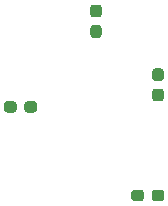
<source format=gbp>
G04 #@! TF.GenerationSoftware,KiCad,Pcbnew,(5.1.10)-1*
G04 #@! TF.CreationDate,2021-09-06T19:40:46-04:00*
G04 #@! TF.ProjectId,Lithium_Ion_Pack,4c697468-6975-46d5-9f49-6f6e5f506163,A0*
G04 #@! TF.SameCoordinates,Original*
G04 #@! TF.FileFunction,Paste,Bot*
G04 #@! TF.FilePolarity,Positive*
%FSLAX46Y46*%
G04 Gerber Fmt 4.6, Leading zero omitted, Abs format (unit mm)*
G04 Created by KiCad (PCBNEW (5.1.10)-1) date 2021-09-06 19:40:46*
%MOMM*%
%LPD*%
G01*
G04 APERTURE LIST*
G04 APERTURE END LIST*
G36*
G01*
X123762500Y-113075000D02*
X124237500Y-113075000D01*
G75*
G02*
X124475000Y-113312500I0J-237500D01*
G01*
X124475000Y-113912500D01*
G75*
G02*
X124237500Y-114150000I-237500J0D01*
G01*
X123762500Y-114150000D01*
G75*
G02*
X123525000Y-113912500I0J237500D01*
G01*
X123525000Y-113312500D01*
G75*
G02*
X123762500Y-113075000I237500J0D01*
G01*
G37*
G36*
G01*
X123762500Y-111350000D02*
X124237500Y-111350000D01*
G75*
G02*
X124475000Y-111587500I0J-237500D01*
G01*
X124475000Y-112187500D01*
G75*
G02*
X124237500Y-112425000I-237500J0D01*
G01*
X123762500Y-112425000D01*
G75*
G02*
X123525000Y-112187500I0J237500D01*
G01*
X123525000Y-111587500D01*
G75*
G02*
X123762500Y-111350000I237500J0D01*
G01*
G37*
G36*
G01*
X129012500Y-118462500D02*
X129487500Y-118462500D01*
G75*
G02*
X129725000Y-118700000I0J-237500D01*
G01*
X129725000Y-119300000D01*
G75*
G02*
X129487500Y-119537500I-237500J0D01*
G01*
X129012500Y-119537500D01*
G75*
G02*
X128775000Y-119300000I0J237500D01*
G01*
X128775000Y-118700000D01*
G75*
G02*
X129012500Y-118462500I237500J0D01*
G01*
G37*
G36*
G01*
X129012500Y-116737500D02*
X129487500Y-116737500D01*
G75*
G02*
X129725000Y-116975000I0J-237500D01*
G01*
X129725000Y-117575000D01*
G75*
G02*
X129487500Y-117812500I-237500J0D01*
G01*
X129012500Y-117812500D01*
G75*
G02*
X128775000Y-117575000I0J237500D01*
G01*
X128775000Y-116975000D01*
G75*
G02*
X129012500Y-116737500I237500J0D01*
G01*
G37*
G36*
G01*
X117287500Y-119762500D02*
X117287500Y-120237500D01*
G75*
G02*
X117050000Y-120475000I-237500J0D01*
G01*
X116450000Y-120475000D01*
G75*
G02*
X116212500Y-120237500I0J237500D01*
G01*
X116212500Y-119762500D01*
G75*
G02*
X116450000Y-119525000I237500J0D01*
G01*
X117050000Y-119525000D01*
G75*
G02*
X117287500Y-119762500I0J-237500D01*
G01*
G37*
G36*
G01*
X119012500Y-119762500D02*
X119012500Y-120237500D01*
G75*
G02*
X118775000Y-120475000I-237500J0D01*
G01*
X118175000Y-120475000D01*
G75*
G02*
X117937500Y-120237500I0J237500D01*
G01*
X117937500Y-119762500D01*
G75*
G02*
X118175000Y-119525000I237500J0D01*
G01*
X118775000Y-119525000D01*
G75*
G02*
X119012500Y-119762500I0J-237500D01*
G01*
G37*
G36*
G01*
X128062500Y-127262500D02*
X128062500Y-127737500D01*
G75*
G02*
X127825000Y-127975000I-237500J0D01*
G01*
X127225000Y-127975000D01*
G75*
G02*
X126987500Y-127737500I0J237500D01*
G01*
X126987500Y-127262500D01*
G75*
G02*
X127225000Y-127025000I237500J0D01*
G01*
X127825000Y-127025000D01*
G75*
G02*
X128062500Y-127262500I0J-237500D01*
G01*
G37*
G36*
G01*
X129787500Y-127262500D02*
X129787500Y-127737500D01*
G75*
G02*
X129550000Y-127975000I-237500J0D01*
G01*
X128950000Y-127975000D01*
G75*
G02*
X128712500Y-127737500I0J237500D01*
G01*
X128712500Y-127262500D01*
G75*
G02*
X128950000Y-127025000I237500J0D01*
G01*
X129550000Y-127025000D01*
G75*
G02*
X129787500Y-127262500I0J-237500D01*
G01*
G37*
M02*

</source>
